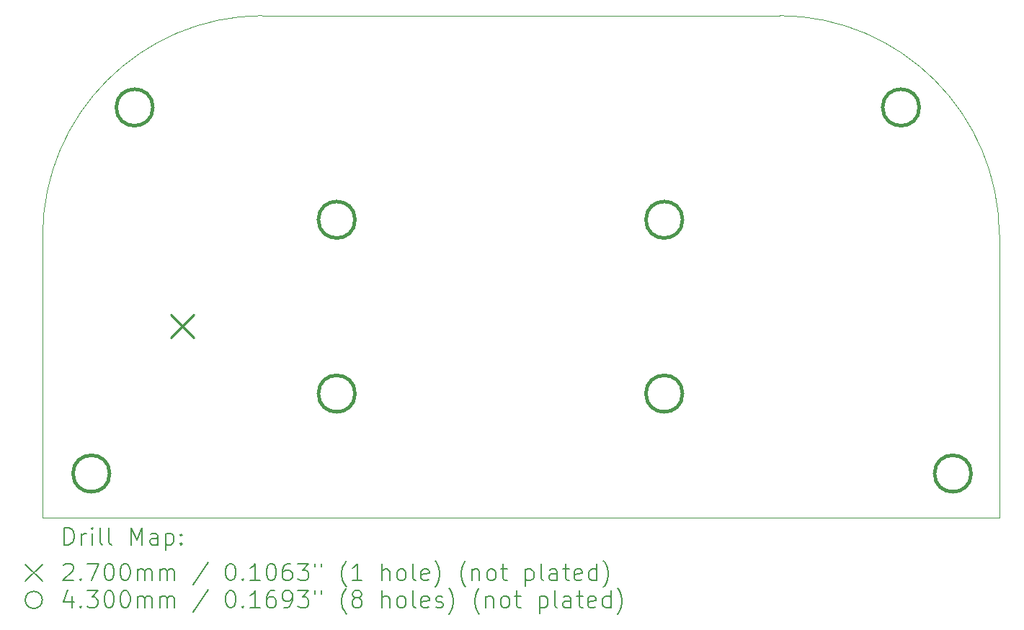
<source format=gbr>
%TF.GenerationSoftware,KiCad,Pcbnew,8.0.3*%
%TF.CreationDate,2024-07-30T16:10:22+10:00*%
%TF.ProjectId,colecovision_controller,636f6c65-636f-4766-9973-696f6e5f636f,rev?*%
%TF.SameCoordinates,Original*%
%TF.FileFunction,Drillmap*%
%TF.FilePolarity,Positive*%
%FSLAX45Y45*%
G04 Gerber Fmt 4.5, Leading zero omitted, Abs format (unit mm)*
G04 Created by KiCad (PCBNEW 8.0.3) date 2024-07-30 16:10:22*
%MOMM*%
%LPD*%
G01*
G04 APERTURE LIST*
%ADD10C,0.101600*%
%ADD11C,0.200000*%
%ADD12C,0.270000*%
%ADD13C,0.430000*%
G04 APERTURE END LIST*
D10*
X19939000Y-13093700D02*
X8699500Y-13093700D01*
X19939363Y-9766302D02*
X19939000Y-13093700D01*
X17360900Y-7188200D02*
G75*
G02*
X19939363Y-9766302I-12337J-2590802D01*
G01*
X8699500Y-13093700D02*
X8699498Y-9766663D01*
X8699498Y-9766663D02*
G75*
G02*
X11277600Y-7188200I2590802J-12337D01*
G01*
X11277600Y-7188200D02*
X17360900Y-7188200D01*
D11*
D12*
X10202800Y-10707200D02*
X10472800Y-10977200D01*
X10472800Y-10707200D02*
X10202800Y-10977200D01*
D13*
X9486000Y-12573000D02*
G75*
G02*
X9056000Y-12573000I-215000J0D01*
G01*
X9056000Y-12573000D02*
G75*
G02*
X9486000Y-12573000I215000J0D01*
G01*
X9994000Y-8267700D02*
G75*
G02*
X9564000Y-8267700I-215000J0D01*
G01*
X9564000Y-8267700D02*
G75*
G02*
X9994000Y-8267700I215000J0D01*
G01*
X12368900Y-9588500D02*
G75*
G02*
X11938900Y-9588500I-215000J0D01*
G01*
X11938900Y-9588500D02*
G75*
G02*
X12368900Y-9588500I215000J0D01*
G01*
X12368900Y-11633200D02*
G75*
G02*
X11938900Y-11633200I-215000J0D01*
G01*
X11938900Y-11633200D02*
G75*
G02*
X12368900Y-11633200I215000J0D01*
G01*
X16217000Y-9588500D02*
G75*
G02*
X15787000Y-9588500I-215000J0D01*
G01*
X15787000Y-9588500D02*
G75*
G02*
X16217000Y-9588500I215000J0D01*
G01*
X16217000Y-11633200D02*
G75*
G02*
X15787000Y-11633200I-215000J0D01*
G01*
X15787000Y-11633200D02*
G75*
G02*
X16217000Y-11633200I215000J0D01*
G01*
X18998300Y-8267700D02*
G75*
G02*
X18568300Y-8267700I-215000J0D01*
G01*
X18568300Y-8267700D02*
G75*
G02*
X18998300Y-8267700I215000J0D01*
G01*
X19607900Y-12573000D02*
G75*
G02*
X19177900Y-12573000I-215000J0D01*
G01*
X19177900Y-12573000D02*
G75*
G02*
X19607900Y-12573000I215000J0D01*
G01*
D11*
X8955195Y-13410264D02*
X8955195Y-13210264D01*
X8955195Y-13210264D02*
X9002814Y-13210264D01*
X9002814Y-13210264D02*
X9031386Y-13219788D01*
X9031386Y-13219788D02*
X9050433Y-13238835D01*
X9050433Y-13238835D02*
X9059957Y-13257883D01*
X9059957Y-13257883D02*
X9069481Y-13295978D01*
X9069481Y-13295978D02*
X9069481Y-13324549D01*
X9069481Y-13324549D02*
X9059957Y-13362645D01*
X9059957Y-13362645D02*
X9050433Y-13381692D01*
X9050433Y-13381692D02*
X9031386Y-13400740D01*
X9031386Y-13400740D02*
X9002814Y-13410264D01*
X9002814Y-13410264D02*
X8955195Y-13410264D01*
X9155195Y-13410264D02*
X9155195Y-13276930D01*
X9155195Y-13315026D02*
X9164719Y-13295978D01*
X9164719Y-13295978D02*
X9174243Y-13286454D01*
X9174243Y-13286454D02*
X9193290Y-13276930D01*
X9193290Y-13276930D02*
X9212338Y-13276930D01*
X9279005Y-13410264D02*
X9279005Y-13276930D01*
X9279005Y-13210264D02*
X9269481Y-13219788D01*
X9269481Y-13219788D02*
X9279005Y-13229311D01*
X9279005Y-13229311D02*
X9288528Y-13219788D01*
X9288528Y-13219788D02*
X9279005Y-13210264D01*
X9279005Y-13210264D02*
X9279005Y-13229311D01*
X9402814Y-13410264D02*
X9383766Y-13400740D01*
X9383766Y-13400740D02*
X9374243Y-13381692D01*
X9374243Y-13381692D02*
X9374243Y-13210264D01*
X9507576Y-13410264D02*
X9488528Y-13400740D01*
X9488528Y-13400740D02*
X9479005Y-13381692D01*
X9479005Y-13381692D02*
X9479005Y-13210264D01*
X9736147Y-13410264D02*
X9736147Y-13210264D01*
X9736147Y-13210264D02*
X9802814Y-13353121D01*
X9802814Y-13353121D02*
X9869481Y-13210264D01*
X9869481Y-13210264D02*
X9869481Y-13410264D01*
X10050433Y-13410264D02*
X10050433Y-13305502D01*
X10050433Y-13305502D02*
X10040909Y-13286454D01*
X10040909Y-13286454D02*
X10021862Y-13276930D01*
X10021862Y-13276930D02*
X9983766Y-13276930D01*
X9983766Y-13276930D02*
X9964719Y-13286454D01*
X10050433Y-13400740D02*
X10031386Y-13410264D01*
X10031386Y-13410264D02*
X9983766Y-13410264D01*
X9983766Y-13410264D02*
X9964719Y-13400740D01*
X9964719Y-13400740D02*
X9955195Y-13381692D01*
X9955195Y-13381692D02*
X9955195Y-13362645D01*
X9955195Y-13362645D02*
X9964719Y-13343597D01*
X9964719Y-13343597D02*
X9983766Y-13334073D01*
X9983766Y-13334073D02*
X10031386Y-13334073D01*
X10031386Y-13334073D02*
X10050433Y-13324549D01*
X10145671Y-13276930D02*
X10145671Y-13476930D01*
X10145671Y-13286454D02*
X10164719Y-13276930D01*
X10164719Y-13276930D02*
X10202814Y-13276930D01*
X10202814Y-13276930D02*
X10221862Y-13286454D01*
X10221862Y-13286454D02*
X10231386Y-13295978D01*
X10231386Y-13295978D02*
X10240909Y-13315026D01*
X10240909Y-13315026D02*
X10240909Y-13372168D01*
X10240909Y-13372168D02*
X10231386Y-13391216D01*
X10231386Y-13391216D02*
X10221862Y-13400740D01*
X10221862Y-13400740D02*
X10202814Y-13410264D01*
X10202814Y-13410264D02*
X10164719Y-13410264D01*
X10164719Y-13410264D02*
X10145671Y-13400740D01*
X10326624Y-13391216D02*
X10336147Y-13400740D01*
X10336147Y-13400740D02*
X10326624Y-13410264D01*
X10326624Y-13410264D02*
X10317100Y-13400740D01*
X10317100Y-13400740D02*
X10326624Y-13391216D01*
X10326624Y-13391216D02*
X10326624Y-13410264D01*
X10326624Y-13286454D02*
X10336147Y-13295978D01*
X10336147Y-13295978D02*
X10326624Y-13305502D01*
X10326624Y-13305502D02*
X10317100Y-13295978D01*
X10317100Y-13295978D02*
X10326624Y-13286454D01*
X10326624Y-13286454D02*
X10326624Y-13305502D01*
X8494418Y-13638780D02*
X8694418Y-13838780D01*
X8694418Y-13638780D02*
X8494418Y-13838780D01*
X8945671Y-13649311D02*
X8955195Y-13639788D01*
X8955195Y-13639788D02*
X8974243Y-13630264D01*
X8974243Y-13630264D02*
X9021862Y-13630264D01*
X9021862Y-13630264D02*
X9040909Y-13639788D01*
X9040909Y-13639788D02*
X9050433Y-13649311D01*
X9050433Y-13649311D02*
X9059957Y-13668359D01*
X9059957Y-13668359D02*
X9059957Y-13687407D01*
X9059957Y-13687407D02*
X9050433Y-13715978D01*
X9050433Y-13715978D02*
X8936147Y-13830264D01*
X8936147Y-13830264D02*
X9059957Y-13830264D01*
X9145671Y-13811216D02*
X9155195Y-13820740D01*
X9155195Y-13820740D02*
X9145671Y-13830264D01*
X9145671Y-13830264D02*
X9136147Y-13820740D01*
X9136147Y-13820740D02*
X9145671Y-13811216D01*
X9145671Y-13811216D02*
X9145671Y-13830264D01*
X9221862Y-13630264D02*
X9355195Y-13630264D01*
X9355195Y-13630264D02*
X9269481Y-13830264D01*
X9469481Y-13630264D02*
X9488528Y-13630264D01*
X9488528Y-13630264D02*
X9507576Y-13639788D01*
X9507576Y-13639788D02*
X9517100Y-13649311D01*
X9517100Y-13649311D02*
X9526624Y-13668359D01*
X9526624Y-13668359D02*
X9536147Y-13706454D01*
X9536147Y-13706454D02*
X9536147Y-13754073D01*
X9536147Y-13754073D02*
X9526624Y-13792168D01*
X9526624Y-13792168D02*
X9517100Y-13811216D01*
X9517100Y-13811216D02*
X9507576Y-13820740D01*
X9507576Y-13820740D02*
X9488528Y-13830264D01*
X9488528Y-13830264D02*
X9469481Y-13830264D01*
X9469481Y-13830264D02*
X9450433Y-13820740D01*
X9450433Y-13820740D02*
X9440909Y-13811216D01*
X9440909Y-13811216D02*
X9431386Y-13792168D01*
X9431386Y-13792168D02*
X9421862Y-13754073D01*
X9421862Y-13754073D02*
X9421862Y-13706454D01*
X9421862Y-13706454D02*
X9431386Y-13668359D01*
X9431386Y-13668359D02*
X9440909Y-13649311D01*
X9440909Y-13649311D02*
X9450433Y-13639788D01*
X9450433Y-13639788D02*
X9469481Y-13630264D01*
X9659957Y-13630264D02*
X9679005Y-13630264D01*
X9679005Y-13630264D02*
X9698052Y-13639788D01*
X9698052Y-13639788D02*
X9707576Y-13649311D01*
X9707576Y-13649311D02*
X9717100Y-13668359D01*
X9717100Y-13668359D02*
X9726624Y-13706454D01*
X9726624Y-13706454D02*
X9726624Y-13754073D01*
X9726624Y-13754073D02*
X9717100Y-13792168D01*
X9717100Y-13792168D02*
X9707576Y-13811216D01*
X9707576Y-13811216D02*
X9698052Y-13820740D01*
X9698052Y-13820740D02*
X9679005Y-13830264D01*
X9679005Y-13830264D02*
X9659957Y-13830264D01*
X9659957Y-13830264D02*
X9640909Y-13820740D01*
X9640909Y-13820740D02*
X9631386Y-13811216D01*
X9631386Y-13811216D02*
X9621862Y-13792168D01*
X9621862Y-13792168D02*
X9612338Y-13754073D01*
X9612338Y-13754073D02*
X9612338Y-13706454D01*
X9612338Y-13706454D02*
X9621862Y-13668359D01*
X9621862Y-13668359D02*
X9631386Y-13649311D01*
X9631386Y-13649311D02*
X9640909Y-13639788D01*
X9640909Y-13639788D02*
X9659957Y-13630264D01*
X9812338Y-13830264D02*
X9812338Y-13696930D01*
X9812338Y-13715978D02*
X9821862Y-13706454D01*
X9821862Y-13706454D02*
X9840909Y-13696930D01*
X9840909Y-13696930D02*
X9869481Y-13696930D01*
X9869481Y-13696930D02*
X9888528Y-13706454D01*
X9888528Y-13706454D02*
X9898052Y-13725502D01*
X9898052Y-13725502D02*
X9898052Y-13830264D01*
X9898052Y-13725502D02*
X9907576Y-13706454D01*
X9907576Y-13706454D02*
X9926624Y-13696930D01*
X9926624Y-13696930D02*
X9955195Y-13696930D01*
X9955195Y-13696930D02*
X9974243Y-13706454D01*
X9974243Y-13706454D02*
X9983767Y-13725502D01*
X9983767Y-13725502D02*
X9983767Y-13830264D01*
X10079005Y-13830264D02*
X10079005Y-13696930D01*
X10079005Y-13715978D02*
X10088528Y-13706454D01*
X10088528Y-13706454D02*
X10107576Y-13696930D01*
X10107576Y-13696930D02*
X10136148Y-13696930D01*
X10136148Y-13696930D02*
X10155195Y-13706454D01*
X10155195Y-13706454D02*
X10164719Y-13725502D01*
X10164719Y-13725502D02*
X10164719Y-13830264D01*
X10164719Y-13725502D02*
X10174243Y-13706454D01*
X10174243Y-13706454D02*
X10193290Y-13696930D01*
X10193290Y-13696930D02*
X10221862Y-13696930D01*
X10221862Y-13696930D02*
X10240909Y-13706454D01*
X10240909Y-13706454D02*
X10250433Y-13725502D01*
X10250433Y-13725502D02*
X10250433Y-13830264D01*
X10640909Y-13620740D02*
X10469481Y-13877883D01*
X10898052Y-13630264D02*
X10917100Y-13630264D01*
X10917100Y-13630264D02*
X10936148Y-13639788D01*
X10936148Y-13639788D02*
X10945671Y-13649311D01*
X10945671Y-13649311D02*
X10955195Y-13668359D01*
X10955195Y-13668359D02*
X10964719Y-13706454D01*
X10964719Y-13706454D02*
X10964719Y-13754073D01*
X10964719Y-13754073D02*
X10955195Y-13792168D01*
X10955195Y-13792168D02*
X10945671Y-13811216D01*
X10945671Y-13811216D02*
X10936148Y-13820740D01*
X10936148Y-13820740D02*
X10917100Y-13830264D01*
X10917100Y-13830264D02*
X10898052Y-13830264D01*
X10898052Y-13830264D02*
X10879005Y-13820740D01*
X10879005Y-13820740D02*
X10869481Y-13811216D01*
X10869481Y-13811216D02*
X10859957Y-13792168D01*
X10859957Y-13792168D02*
X10850433Y-13754073D01*
X10850433Y-13754073D02*
X10850433Y-13706454D01*
X10850433Y-13706454D02*
X10859957Y-13668359D01*
X10859957Y-13668359D02*
X10869481Y-13649311D01*
X10869481Y-13649311D02*
X10879005Y-13639788D01*
X10879005Y-13639788D02*
X10898052Y-13630264D01*
X11050433Y-13811216D02*
X11059957Y-13820740D01*
X11059957Y-13820740D02*
X11050433Y-13830264D01*
X11050433Y-13830264D02*
X11040910Y-13820740D01*
X11040910Y-13820740D02*
X11050433Y-13811216D01*
X11050433Y-13811216D02*
X11050433Y-13830264D01*
X11250433Y-13830264D02*
X11136148Y-13830264D01*
X11193290Y-13830264D02*
X11193290Y-13630264D01*
X11193290Y-13630264D02*
X11174243Y-13658835D01*
X11174243Y-13658835D02*
X11155195Y-13677883D01*
X11155195Y-13677883D02*
X11136148Y-13687407D01*
X11374243Y-13630264D02*
X11393290Y-13630264D01*
X11393290Y-13630264D02*
X11412338Y-13639788D01*
X11412338Y-13639788D02*
X11421862Y-13649311D01*
X11421862Y-13649311D02*
X11431386Y-13668359D01*
X11431386Y-13668359D02*
X11440909Y-13706454D01*
X11440909Y-13706454D02*
X11440909Y-13754073D01*
X11440909Y-13754073D02*
X11431386Y-13792168D01*
X11431386Y-13792168D02*
X11421862Y-13811216D01*
X11421862Y-13811216D02*
X11412338Y-13820740D01*
X11412338Y-13820740D02*
X11393290Y-13830264D01*
X11393290Y-13830264D02*
X11374243Y-13830264D01*
X11374243Y-13830264D02*
X11355195Y-13820740D01*
X11355195Y-13820740D02*
X11345671Y-13811216D01*
X11345671Y-13811216D02*
X11336148Y-13792168D01*
X11336148Y-13792168D02*
X11326624Y-13754073D01*
X11326624Y-13754073D02*
X11326624Y-13706454D01*
X11326624Y-13706454D02*
X11336148Y-13668359D01*
X11336148Y-13668359D02*
X11345671Y-13649311D01*
X11345671Y-13649311D02*
X11355195Y-13639788D01*
X11355195Y-13639788D02*
X11374243Y-13630264D01*
X11612338Y-13630264D02*
X11574243Y-13630264D01*
X11574243Y-13630264D02*
X11555195Y-13639788D01*
X11555195Y-13639788D02*
X11545671Y-13649311D01*
X11545671Y-13649311D02*
X11526624Y-13677883D01*
X11526624Y-13677883D02*
X11517100Y-13715978D01*
X11517100Y-13715978D02*
X11517100Y-13792168D01*
X11517100Y-13792168D02*
X11526624Y-13811216D01*
X11526624Y-13811216D02*
X11536148Y-13820740D01*
X11536148Y-13820740D02*
X11555195Y-13830264D01*
X11555195Y-13830264D02*
X11593290Y-13830264D01*
X11593290Y-13830264D02*
X11612338Y-13820740D01*
X11612338Y-13820740D02*
X11621862Y-13811216D01*
X11621862Y-13811216D02*
X11631386Y-13792168D01*
X11631386Y-13792168D02*
X11631386Y-13744549D01*
X11631386Y-13744549D02*
X11621862Y-13725502D01*
X11621862Y-13725502D02*
X11612338Y-13715978D01*
X11612338Y-13715978D02*
X11593290Y-13706454D01*
X11593290Y-13706454D02*
X11555195Y-13706454D01*
X11555195Y-13706454D02*
X11536148Y-13715978D01*
X11536148Y-13715978D02*
X11526624Y-13725502D01*
X11526624Y-13725502D02*
X11517100Y-13744549D01*
X11698052Y-13630264D02*
X11821862Y-13630264D01*
X11821862Y-13630264D02*
X11755195Y-13706454D01*
X11755195Y-13706454D02*
X11783767Y-13706454D01*
X11783767Y-13706454D02*
X11802814Y-13715978D01*
X11802814Y-13715978D02*
X11812338Y-13725502D01*
X11812338Y-13725502D02*
X11821862Y-13744549D01*
X11821862Y-13744549D02*
X11821862Y-13792168D01*
X11821862Y-13792168D02*
X11812338Y-13811216D01*
X11812338Y-13811216D02*
X11802814Y-13820740D01*
X11802814Y-13820740D02*
X11783767Y-13830264D01*
X11783767Y-13830264D02*
X11726624Y-13830264D01*
X11726624Y-13830264D02*
X11707576Y-13820740D01*
X11707576Y-13820740D02*
X11698052Y-13811216D01*
X11898052Y-13630264D02*
X11898052Y-13668359D01*
X11974243Y-13630264D02*
X11974243Y-13668359D01*
X12269481Y-13906454D02*
X12259957Y-13896930D01*
X12259957Y-13896930D02*
X12240910Y-13868359D01*
X12240910Y-13868359D02*
X12231386Y-13849311D01*
X12231386Y-13849311D02*
X12221862Y-13820740D01*
X12221862Y-13820740D02*
X12212338Y-13773121D01*
X12212338Y-13773121D02*
X12212338Y-13735026D01*
X12212338Y-13735026D02*
X12221862Y-13687407D01*
X12221862Y-13687407D02*
X12231386Y-13658835D01*
X12231386Y-13658835D02*
X12240910Y-13639788D01*
X12240910Y-13639788D02*
X12259957Y-13611216D01*
X12259957Y-13611216D02*
X12269481Y-13601692D01*
X12450433Y-13830264D02*
X12336148Y-13830264D01*
X12393290Y-13830264D02*
X12393290Y-13630264D01*
X12393290Y-13630264D02*
X12374243Y-13658835D01*
X12374243Y-13658835D02*
X12355195Y-13677883D01*
X12355195Y-13677883D02*
X12336148Y-13687407D01*
X12688529Y-13830264D02*
X12688529Y-13630264D01*
X12774243Y-13830264D02*
X12774243Y-13725502D01*
X12774243Y-13725502D02*
X12764719Y-13706454D01*
X12764719Y-13706454D02*
X12745672Y-13696930D01*
X12745672Y-13696930D02*
X12717100Y-13696930D01*
X12717100Y-13696930D02*
X12698052Y-13706454D01*
X12698052Y-13706454D02*
X12688529Y-13715978D01*
X12898052Y-13830264D02*
X12879005Y-13820740D01*
X12879005Y-13820740D02*
X12869481Y-13811216D01*
X12869481Y-13811216D02*
X12859957Y-13792168D01*
X12859957Y-13792168D02*
X12859957Y-13735026D01*
X12859957Y-13735026D02*
X12869481Y-13715978D01*
X12869481Y-13715978D02*
X12879005Y-13706454D01*
X12879005Y-13706454D02*
X12898052Y-13696930D01*
X12898052Y-13696930D02*
X12926624Y-13696930D01*
X12926624Y-13696930D02*
X12945672Y-13706454D01*
X12945672Y-13706454D02*
X12955195Y-13715978D01*
X12955195Y-13715978D02*
X12964719Y-13735026D01*
X12964719Y-13735026D02*
X12964719Y-13792168D01*
X12964719Y-13792168D02*
X12955195Y-13811216D01*
X12955195Y-13811216D02*
X12945672Y-13820740D01*
X12945672Y-13820740D02*
X12926624Y-13830264D01*
X12926624Y-13830264D02*
X12898052Y-13830264D01*
X13079005Y-13830264D02*
X13059957Y-13820740D01*
X13059957Y-13820740D02*
X13050433Y-13801692D01*
X13050433Y-13801692D02*
X13050433Y-13630264D01*
X13231386Y-13820740D02*
X13212338Y-13830264D01*
X13212338Y-13830264D02*
X13174243Y-13830264D01*
X13174243Y-13830264D02*
X13155195Y-13820740D01*
X13155195Y-13820740D02*
X13145672Y-13801692D01*
X13145672Y-13801692D02*
X13145672Y-13725502D01*
X13145672Y-13725502D02*
X13155195Y-13706454D01*
X13155195Y-13706454D02*
X13174243Y-13696930D01*
X13174243Y-13696930D02*
X13212338Y-13696930D01*
X13212338Y-13696930D02*
X13231386Y-13706454D01*
X13231386Y-13706454D02*
X13240910Y-13725502D01*
X13240910Y-13725502D02*
X13240910Y-13744549D01*
X13240910Y-13744549D02*
X13145672Y-13763597D01*
X13307576Y-13906454D02*
X13317100Y-13896930D01*
X13317100Y-13896930D02*
X13336148Y-13868359D01*
X13336148Y-13868359D02*
X13345672Y-13849311D01*
X13345672Y-13849311D02*
X13355195Y-13820740D01*
X13355195Y-13820740D02*
X13364719Y-13773121D01*
X13364719Y-13773121D02*
X13364719Y-13735026D01*
X13364719Y-13735026D02*
X13355195Y-13687407D01*
X13355195Y-13687407D02*
X13345672Y-13658835D01*
X13345672Y-13658835D02*
X13336148Y-13639788D01*
X13336148Y-13639788D02*
X13317100Y-13611216D01*
X13317100Y-13611216D02*
X13307576Y-13601692D01*
X13669481Y-13906454D02*
X13659957Y-13896930D01*
X13659957Y-13896930D02*
X13640910Y-13868359D01*
X13640910Y-13868359D02*
X13631386Y-13849311D01*
X13631386Y-13849311D02*
X13621862Y-13820740D01*
X13621862Y-13820740D02*
X13612338Y-13773121D01*
X13612338Y-13773121D02*
X13612338Y-13735026D01*
X13612338Y-13735026D02*
X13621862Y-13687407D01*
X13621862Y-13687407D02*
X13631386Y-13658835D01*
X13631386Y-13658835D02*
X13640910Y-13639788D01*
X13640910Y-13639788D02*
X13659957Y-13611216D01*
X13659957Y-13611216D02*
X13669481Y-13601692D01*
X13745672Y-13696930D02*
X13745672Y-13830264D01*
X13745672Y-13715978D02*
X13755195Y-13706454D01*
X13755195Y-13706454D02*
X13774243Y-13696930D01*
X13774243Y-13696930D02*
X13802814Y-13696930D01*
X13802814Y-13696930D02*
X13821862Y-13706454D01*
X13821862Y-13706454D02*
X13831386Y-13725502D01*
X13831386Y-13725502D02*
X13831386Y-13830264D01*
X13955195Y-13830264D02*
X13936148Y-13820740D01*
X13936148Y-13820740D02*
X13926624Y-13811216D01*
X13926624Y-13811216D02*
X13917100Y-13792168D01*
X13917100Y-13792168D02*
X13917100Y-13735026D01*
X13917100Y-13735026D02*
X13926624Y-13715978D01*
X13926624Y-13715978D02*
X13936148Y-13706454D01*
X13936148Y-13706454D02*
X13955195Y-13696930D01*
X13955195Y-13696930D02*
X13983767Y-13696930D01*
X13983767Y-13696930D02*
X14002814Y-13706454D01*
X14002814Y-13706454D02*
X14012338Y-13715978D01*
X14012338Y-13715978D02*
X14021862Y-13735026D01*
X14021862Y-13735026D02*
X14021862Y-13792168D01*
X14021862Y-13792168D02*
X14012338Y-13811216D01*
X14012338Y-13811216D02*
X14002814Y-13820740D01*
X14002814Y-13820740D02*
X13983767Y-13830264D01*
X13983767Y-13830264D02*
X13955195Y-13830264D01*
X14079005Y-13696930D02*
X14155195Y-13696930D01*
X14107576Y-13630264D02*
X14107576Y-13801692D01*
X14107576Y-13801692D02*
X14117100Y-13820740D01*
X14117100Y-13820740D02*
X14136148Y-13830264D01*
X14136148Y-13830264D02*
X14155195Y-13830264D01*
X14374243Y-13696930D02*
X14374243Y-13896930D01*
X14374243Y-13706454D02*
X14393291Y-13696930D01*
X14393291Y-13696930D02*
X14431386Y-13696930D01*
X14431386Y-13696930D02*
X14450434Y-13706454D01*
X14450434Y-13706454D02*
X14459957Y-13715978D01*
X14459957Y-13715978D02*
X14469481Y-13735026D01*
X14469481Y-13735026D02*
X14469481Y-13792168D01*
X14469481Y-13792168D02*
X14459957Y-13811216D01*
X14459957Y-13811216D02*
X14450434Y-13820740D01*
X14450434Y-13820740D02*
X14431386Y-13830264D01*
X14431386Y-13830264D02*
X14393291Y-13830264D01*
X14393291Y-13830264D02*
X14374243Y-13820740D01*
X14583767Y-13830264D02*
X14564719Y-13820740D01*
X14564719Y-13820740D02*
X14555195Y-13801692D01*
X14555195Y-13801692D02*
X14555195Y-13630264D01*
X14745672Y-13830264D02*
X14745672Y-13725502D01*
X14745672Y-13725502D02*
X14736148Y-13706454D01*
X14736148Y-13706454D02*
X14717100Y-13696930D01*
X14717100Y-13696930D02*
X14679005Y-13696930D01*
X14679005Y-13696930D02*
X14659957Y-13706454D01*
X14745672Y-13820740D02*
X14726624Y-13830264D01*
X14726624Y-13830264D02*
X14679005Y-13830264D01*
X14679005Y-13830264D02*
X14659957Y-13820740D01*
X14659957Y-13820740D02*
X14650434Y-13801692D01*
X14650434Y-13801692D02*
X14650434Y-13782645D01*
X14650434Y-13782645D02*
X14659957Y-13763597D01*
X14659957Y-13763597D02*
X14679005Y-13754073D01*
X14679005Y-13754073D02*
X14726624Y-13754073D01*
X14726624Y-13754073D02*
X14745672Y-13744549D01*
X14812338Y-13696930D02*
X14888529Y-13696930D01*
X14840910Y-13630264D02*
X14840910Y-13801692D01*
X14840910Y-13801692D02*
X14850434Y-13820740D01*
X14850434Y-13820740D02*
X14869481Y-13830264D01*
X14869481Y-13830264D02*
X14888529Y-13830264D01*
X15031386Y-13820740D02*
X15012338Y-13830264D01*
X15012338Y-13830264D02*
X14974243Y-13830264D01*
X14974243Y-13830264D02*
X14955195Y-13820740D01*
X14955195Y-13820740D02*
X14945672Y-13801692D01*
X14945672Y-13801692D02*
X14945672Y-13725502D01*
X14945672Y-13725502D02*
X14955195Y-13706454D01*
X14955195Y-13706454D02*
X14974243Y-13696930D01*
X14974243Y-13696930D02*
X15012338Y-13696930D01*
X15012338Y-13696930D02*
X15031386Y-13706454D01*
X15031386Y-13706454D02*
X15040910Y-13725502D01*
X15040910Y-13725502D02*
X15040910Y-13744549D01*
X15040910Y-13744549D02*
X14945672Y-13763597D01*
X15212338Y-13830264D02*
X15212338Y-13630264D01*
X15212338Y-13820740D02*
X15193291Y-13830264D01*
X15193291Y-13830264D02*
X15155195Y-13830264D01*
X15155195Y-13830264D02*
X15136148Y-13820740D01*
X15136148Y-13820740D02*
X15126624Y-13811216D01*
X15126624Y-13811216D02*
X15117100Y-13792168D01*
X15117100Y-13792168D02*
X15117100Y-13735026D01*
X15117100Y-13735026D02*
X15126624Y-13715978D01*
X15126624Y-13715978D02*
X15136148Y-13706454D01*
X15136148Y-13706454D02*
X15155195Y-13696930D01*
X15155195Y-13696930D02*
X15193291Y-13696930D01*
X15193291Y-13696930D02*
X15212338Y-13706454D01*
X15288529Y-13906454D02*
X15298053Y-13896930D01*
X15298053Y-13896930D02*
X15317100Y-13868359D01*
X15317100Y-13868359D02*
X15326624Y-13849311D01*
X15326624Y-13849311D02*
X15336148Y-13820740D01*
X15336148Y-13820740D02*
X15345672Y-13773121D01*
X15345672Y-13773121D02*
X15345672Y-13735026D01*
X15345672Y-13735026D02*
X15336148Y-13687407D01*
X15336148Y-13687407D02*
X15326624Y-13658835D01*
X15326624Y-13658835D02*
X15317100Y-13639788D01*
X15317100Y-13639788D02*
X15298053Y-13611216D01*
X15298053Y-13611216D02*
X15288529Y-13601692D01*
X8694418Y-14058780D02*
G75*
G02*
X8494418Y-14058780I-100000J0D01*
G01*
X8494418Y-14058780D02*
G75*
G02*
X8694418Y-14058780I100000J0D01*
G01*
X9040909Y-14016930D02*
X9040909Y-14150264D01*
X8993290Y-13940740D02*
X8945671Y-14083597D01*
X8945671Y-14083597D02*
X9069481Y-14083597D01*
X9145671Y-14131216D02*
X9155195Y-14140740D01*
X9155195Y-14140740D02*
X9145671Y-14150264D01*
X9145671Y-14150264D02*
X9136147Y-14140740D01*
X9136147Y-14140740D02*
X9145671Y-14131216D01*
X9145671Y-14131216D02*
X9145671Y-14150264D01*
X9221862Y-13950264D02*
X9345671Y-13950264D01*
X9345671Y-13950264D02*
X9279005Y-14026454D01*
X9279005Y-14026454D02*
X9307576Y-14026454D01*
X9307576Y-14026454D02*
X9326624Y-14035978D01*
X9326624Y-14035978D02*
X9336147Y-14045502D01*
X9336147Y-14045502D02*
X9345671Y-14064549D01*
X9345671Y-14064549D02*
X9345671Y-14112168D01*
X9345671Y-14112168D02*
X9336147Y-14131216D01*
X9336147Y-14131216D02*
X9326624Y-14140740D01*
X9326624Y-14140740D02*
X9307576Y-14150264D01*
X9307576Y-14150264D02*
X9250433Y-14150264D01*
X9250433Y-14150264D02*
X9231386Y-14140740D01*
X9231386Y-14140740D02*
X9221862Y-14131216D01*
X9469481Y-13950264D02*
X9488528Y-13950264D01*
X9488528Y-13950264D02*
X9507576Y-13959788D01*
X9507576Y-13959788D02*
X9517100Y-13969311D01*
X9517100Y-13969311D02*
X9526624Y-13988359D01*
X9526624Y-13988359D02*
X9536147Y-14026454D01*
X9536147Y-14026454D02*
X9536147Y-14074073D01*
X9536147Y-14074073D02*
X9526624Y-14112168D01*
X9526624Y-14112168D02*
X9517100Y-14131216D01*
X9517100Y-14131216D02*
X9507576Y-14140740D01*
X9507576Y-14140740D02*
X9488528Y-14150264D01*
X9488528Y-14150264D02*
X9469481Y-14150264D01*
X9469481Y-14150264D02*
X9450433Y-14140740D01*
X9450433Y-14140740D02*
X9440909Y-14131216D01*
X9440909Y-14131216D02*
X9431386Y-14112168D01*
X9431386Y-14112168D02*
X9421862Y-14074073D01*
X9421862Y-14074073D02*
X9421862Y-14026454D01*
X9421862Y-14026454D02*
X9431386Y-13988359D01*
X9431386Y-13988359D02*
X9440909Y-13969311D01*
X9440909Y-13969311D02*
X9450433Y-13959788D01*
X9450433Y-13959788D02*
X9469481Y-13950264D01*
X9659957Y-13950264D02*
X9679005Y-13950264D01*
X9679005Y-13950264D02*
X9698052Y-13959788D01*
X9698052Y-13959788D02*
X9707576Y-13969311D01*
X9707576Y-13969311D02*
X9717100Y-13988359D01*
X9717100Y-13988359D02*
X9726624Y-14026454D01*
X9726624Y-14026454D02*
X9726624Y-14074073D01*
X9726624Y-14074073D02*
X9717100Y-14112168D01*
X9717100Y-14112168D02*
X9707576Y-14131216D01*
X9707576Y-14131216D02*
X9698052Y-14140740D01*
X9698052Y-14140740D02*
X9679005Y-14150264D01*
X9679005Y-14150264D02*
X9659957Y-14150264D01*
X9659957Y-14150264D02*
X9640909Y-14140740D01*
X9640909Y-14140740D02*
X9631386Y-14131216D01*
X9631386Y-14131216D02*
X9621862Y-14112168D01*
X9621862Y-14112168D02*
X9612338Y-14074073D01*
X9612338Y-14074073D02*
X9612338Y-14026454D01*
X9612338Y-14026454D02*
X9621862Y-13988359D01*
X9621862Y-13988359D02*
X9631386Y-13969311D01*
X9631386Y-13969311D02*
X9640909Y-13959788D01*
X9640909Y-13959788D02*
X9659957Y-13950264D01*
X9812338Y-14150264D02*
X9812338Y-14016930D01*
X9812338Y-14035978D02*
X9821862Y-14026454D01*
X9821862Y-14026454D02*
X9840909Y-14016930D01*
X9840909Y-14016930D02*
X9869481Y-14016930D01*
X9869481Y-14016930D02*
X9888528Y-14026454D01*
X9888528Y-14026454D02*
X9898052Y-14045502D01*
X9898052Y-14045502D02*
X9898052Y-14150264D01*
X9898052Y-14045502D02*
X9907576Y-14026454D01*
X9907576Y-14026454D02*
X9926624Y-14016930D01*
X9926624Y-14016930D02*
X9955195Y-14016930D01*
X9955195Y-14016930D02*
X9974243Y-14026454D01*
X9974243Y-14026454D02*
X9983767Y-14045502D01*
X9983767Y-14045502D02*
X9983767Y-14150264D01*
X10079005Y-14150264D02*
X10079005Y-14016930D01*
X10079005Y-14035978D02*
X10088528Y-14026454D01*
X10088528Y-14026454D02*
X10107576Y-14016930D01*
X10107576Y-14016930D02*
X10136148Y-14016930D01*
X10136148Y-14016930D02*
X10155195Y-14026454D01*
X10155195Y-14026454D02*
X10164719Y-14045502D01*
X10164719Y-14045502D02*
X10164719Y-14150264D01*
X10164719Y-14045502D02*
X10174243Y-14026454D01*
X10174243Y-14026454D02*
X10193290Y-14016930D01*
X10193290Y-14016930D02*
X10221862Y-14016930D01*
X10221862Y-14016930D02*
X10240909Y-14026454D01*
X10240909Y-14026454D02*
X10250433Y-14045502D01*
X10250433Y-14045502D02*
X10250433Y-14150264D01*
X10640909Y-13940740D02*
X10469481Y-14197883D01*
X10898052Y-13950264D02*
X10917100Y-13950264D01*
X10917100Y-13950264D02*
X10936148Y-13959788D01*
X10936148Y-13959788D02*
X10945671Y-13969311D01*
X10945671Y-13969311D02*
X10955195Y-13988359D01*
X10955195Y-13988359D02*
X10964719Y-14026454D01*
X10964719Y-14026454D02*
X10964719Y-14074073D01*
X10964719Y-14074073D02*
X10955195Y-14112168D01*
X10955195Y-14112168D02*
X10945671Y-14131216D01*
X10945671Y-14131216D02*
X10936148Y-14140740D01*
X10936148Y-14140740D02*
X10917100Y-14150264D01*
X10917100Y-14150264D02*
X10898052Y-14150264D01*
X10898052Y-14150264D02*
X10879005Y-14140740D01*
X10879005Y-14140740D02*
X10869481Y-14131216D01*
X10869481Y-14131216D02*
X10859957Y-14112168D01*
X10859957Y-14112168D02*
X10850433Y-14074073D01*
X10850433Y-14074073D02*
X10850433Y-14026454D01*
X10850433Y-14026454D02*
X10859957Y-13988359D01*
X10859957Y-13988359D02*
X10869481Y-13969311D01*
X10869481Y-13969311D02*
X10879005Y-13959788D01*
X10879005Y-13959788D02*
X10898052Y-13950264D01*
X11050433Y-14131216D02*
X11059957Y-14140740D01*
X11059957Y-14140740D02*
X11050433Y-14150264D01*
X11050433Y-14150264D02*
X11040910Y-14140740D01*
X11040910Y-14140740D02*
X11050433Y-14131216D01*
X11050433Y-14131216D02*
X11050433Y-14150264D01*
X11250433Y-14150264D02*
X11136148Y-14150264D01*
X11193290Y-14150264D02*
X11193290Y-13950264D01*
X11193290Y-13950264D02*
X11174243Y-13978835D01*
X11174243Y-13978835D02*
X11155195Y-13997883D01*
X11155195Y-13997883D02*
X11136148Y-14007407D01*
X11421862Y-13950264D02*
X11383767Y-13950264D01*
X11383767Y-13950264D02*
X11364719Y-13959788D01*
X11364719Y-13959788D02*
X11355195Y-13969311D01*
X11355195Y-13969311D02*
X11336148Y-13997883D01*
X11336148Y-13997883D02*
X11326624Y-14035978D01*
X11326624Y-14035978D02*
X11326624Y-14112168D01*
X11326624Y-14112168D02*
X11336148Y-14131216D01*
X11336148Y-14131216D02*
X11345671Y-14140740D01*
X11345671Y-14140740D02*
X11364719Y-14150264D01*
X11364719Y-14150264D02*
X11402814Y-14150264D01*
X11402814Y-14150264D02*
X11421862Y-14140740D01*
X11421862Y-14140740D02*
X11431386Y-14131216D01*
X11431386Y-14131216D02*
X11440909Y-14112168D01*
X11440909Y-14112168D02*
X11440909Y-14064549D01*
X11440909Y-14064549D02*
X11431386Y-14045502D01*
X11431386Y-14045502D02*
X11421862Y-14035978D01*
X11421862Y-14035978D02*
X11402814Y-14026454D01*
X11402814Y-14026454D02*
X11364719Y-14026454D01*
X11364719Y-14026454D02*
X11345671Y-14035978D01*
X11345671Y-14035978D02*
X11336148Y-14045502D01*
X11336148Y-14045502D02*
X11326624Y-14064549D01*
X11536148Y-14150264D02*
X11574243Y-14150264D01*
X11574243Y-14150264D02*
X11593290Y-14140740D01*
X11593290Y-14140740D02*
X11602814Y-14131216D01*
X11602814Y-14131216D02*
X11621862Y-14102645D01*
X11621862Y-14102645D02*
X11631386Y-14064549D01*
X11631386Y-14064549D02*
X11631386Y-13988359D01*
X11631386Y-13988359D02*
X11621862Y-13969311D01*
X11621862Y-13969311D02*
X11612338Y-13959788D01*
X11612338Y-13959788D02*
X11593290Y-13950264D01*
X11593290Y-13950264D02*
X11555195Y-13950264D01*
X11555195Y-13950264D02*
X11536148Y-13959788D01*
X11536148Y-13959788D02*
X11526624Y-13969311D01*
X11526624Y-13969311D02*
X11517100Y-13988359D01*
X11517100Y-13988359D02*
X11517100Y-14035978D01*
X11517100Y-14035978D02*
X11526624Y-14055026D01*
X11526624Y-14055026D02*
X11536148Y-14064549D01*
X11536148Y-14064549D02*
X11555195Y-14074073D01*
X11555195Y-14074073D02*
X11593290Y-14074073D01*
X11593290Y-14074073D02*
X11612338Y-14064549D01*
X11612338Y-14064549D02*
X11621862Y-14055026D01*
X11621862Y-14055026D02*
X11631386Y-14035978D01*
X11698052Y-13950264D02*
X11821862Y-13950264D01*
X11821862Y-13950264D02*
X11755195Y-14026454D01*
X11755195Y-14026454D02*
X11783767Y-14026454D01*
X11783767Y-14026454D02*
X11802814Y-14035978D01*
X11802814Y-14035978D02*
X11812338Y-14045502D01*
X11812338Y-14045502D02*
X11821862Y-14064549D01*
X11821862Y-14064549D02*
X11821862Y-14112168D01*
X11821862Y-14112168D02*
X11812338Y-14131216D01*
X11812338Y-14131216D02*
X11802814Y-14140740D01*
X11802814Y-14140740D02*
X11783767Y-14150264D01*
X11783767Y-14150264D02*
X11726624Y-14150264D01*
X11726624Y-14150264D02*
X11707576Y-14140740D01*
X11707576Y-14140740D02*
X11698052Y-14131216D01*
X11898052Y-13950264D02*
X11898052Y-13988359D01*
X11974243Y-13950264D02*
X11974243Y-13988359D01*
X12269481Y-14226454D02*
X12259957Y-14216930D01*
X12259957Y-14216930D02*
X12240910Y-14188359D01*
X12240910Y-14188359D02*
X12231386Y-14169311D01*
X12231386Y-14169311D02*
X12221862Y-14140740D01*
X12221862Y-14140740D02*
X12212338Y-14093121D01*
X12212338Y-14093121D02*
X12212338Y-14055026D01*
X12212338Y-14055026D02*
X12221862Y-14007407D01*
X12221862Y-14007407D02*
X12231386Y-13978835D01*
X12231386Y-13978835D02*
X12240910Y-13959788D01*
X12240910Y-13959788D02*
X12259957Y-13931216D01*
X12259957Y-13931216D02*
X12269481Y-13921692D01*
X12374243Y-14035978D02*
X12355195Y-14026454D01*
X12355195Y-14026454D02*
X12345671Y-14016930D01*
X12345671Y-14016930D02*
X12336148Y-13997883D01*
X12336148Y-13997883D02*
X12336148Y-13988359D01*
X12336148Y-13988359D02*
X12345671Y-13969311D01*
X12345671Y-13969311D02*
X12355195Y-13959788D01*
X12355195Y-13959788D02*
X12374243Y-13950264D01*
X12374243Y-13950264D02*
X12412338Y-13950264D01*
X12412338Y-13950264D02*
X12431386Y-13959788D01*
X12431386Y-13959788D02*
X12440910Y-13969311D01*
X12440910Y-13969311D02*
X12450433Y-13988359D01*
X12450433Y-13988359D02*
X12450433Y-13997883D01*
X12450433Y-13997883D02*
X12440910Y-14016930D01*
X12440910Y-14016930D02*
X12431386Y-14026454D01*
X12431386Y-14026454D02*
X12412338Y-14035978D01*
X12412338Y-14035978D02*
X12374243Y-14035978D01*
X12374243Y-14035978D02*
X12355195Y-14045502D01*
X12355195Y-14045502D02*
X12345671Y-14055026D01*
X12345671Y-14055026D02*
X12336148Y-14074073D01*
X12336148Y-14074073D02*
X12336148Y-14112168D01*
X12336148Y-14112168D02*
X12345671Y-14131216D01*
X12345671Y-14131216D02*
X12355195Y-14140740D01*
X12355195Y-14140740D02*
X12374243Y-14150264D01*
X12374243Y-14150264D02*
X12412338Y-14150264D01*
X12412338Y-14150264D02*
X12431386Y-14140740D01*
X12431386Y-14140740D02*
X12440910Y-14131216D01*
X12440910Y-14131216D02*
X12450433Y-14112168D01*
X12450433Y-14112168D02*
X12450433Y-14074073D01*
X12450433Y-14074073D02*
X12440910Y-14055026D01*
X12440910Y-14055026D02*
X12431386Y-14045502D01*
X12431386Y-14045502D02*
X12412338Y-14035978D01*
X12688529Y-14150264D02*
X12688529Y-13950264D01*
X12774243Y-14150264D02*
X12774243Y-14045502D01*
X12774243Y-14045502D02*
X12764719Y-14026454D01*
X12764719Y-14026454D02*
X12745672Y-14016930D01*
X12745672Y-14016930D02*
X12717100Y-14016930D01*
X12717100Y-14016930D02*
X12698052Y-14026454D01*
X12698052Y-14026454D02*
X12688529Y-14035978D01*
X12898052Y-14150264D02*
X12879005Y-14140740D01*
X12879005Y-14140740D02*
X12869481Y-14131216D01*
X12869481Y-14131216D02*
X12859957Y-14112168D01*
X12859957Y-14112168D02*
X12859957Y-14055026D01*
X12859957Y-14055026D02*
X12869481Y-14035978D01*
X12869481Y-14035978D02*
X12879005Y-14026454D01*
X12879005Y-14026454D02*
X12898052Y-14016930D01*
X12898052Y-14016930D02*
X12926624Y-14016930D01*
X12926624Y-14016930D02*
X12945672Y-14026454D01*
X12945672Y-14026454D02*
X12955195Y-14035978D01*
X12955195Y-14035978D02*
X12964719Y-14055026D01*
X12964719Y-14055026D02*
X12964719Y-14112168D01*
X12964719Y-14112168D02*
X12955195Y-14131216D01*
X12955195Y-14131216D02*
X12945672Y-14140740D01*
X12945672Y-14140740D02*
X12926624Y-14150264D01*
X12926624Y-14150264D02*
X12898052Y-14150264D01*
X13079005Y-14150264D02*
X13059957Y-14140740D01*
X13059957Y-14140740D02*
X13050433Y-14121692D01*
X13050433Y-14121692D02*
X13050433Y-13950264D01*
X13231386Y-14140740D02*
X13212338Y-14150264D01*
X13212338Y-14150264D02*
X13174243Y-14150264D01*
X13174243Y-14150264D02*
X13155195Y-14140740D01*
X13155195Y-14140740D02*
X13145672Y-14121692D01*
X13145672Y-14121692D02*
X13145672Y-14045502D01*
X13145672Y-14045502D02*
X13155195Y-14026454D01*
X13155195Y-14026454D02*
X13174243Y-14016930D01*
X13174243Y-14016930D02*
X13212338Y-14016930D01*
X13212338Y-14016930D02*
X13231386Y-14026454D01*
X13231386Y-14026454D02*
X13240910Y-14045502D01*
X13240910Y-14045502D02*
X13240910Y-14064549D01*
X13240910Y-14064549D02*
X13145672Y-14083597D01*
X13317100Y-14140740D02*
X13336148Y-14150264D01*
X13336148Y-14150264D02*
X13374243Y-14150264D01*
X13374243Y-14150264D02*
X13393291Y-14140740D01*
X13393291Y-14140740D02*
X13402814Y-14121692D01*
X13402814Y-14121692D02*
X13402814Y-14112168D01*
X13402814Y-14112168D02*
X13393291Y-14093121D01*
X13393291Y-14093121D02*
X13374243Y-14083597D01*
X13374243Y-14083597D02*
X13345672Y-14083597D01*
X13345672Y-14083597D02*
X13326624Y-14074073D01*
X13326624Y-14074073D02*
X13317100Y-14055026D01*
X13317100Y-14055026D02*
X13317100Y-14045502D01*
X13317100Y-14045502D02*
X13326624Y-14026454D01*
X13326624Y-14026454D02*
X13345672Y-14016930D01*
X13345672Y-14016930D02*
X13374243Y-14016930D01*
X13374243Y-14016930D02*
X13393291Y-14026454D01*
X13469481Y-14226454D02*
X13479005Y-14216930D01*
X13479005Y-14216930D02*
X13498053Y-14188359D01*
X13498053Y-14188359D02*
X13507576Y-14169311D01*
X13507576Y-14169311D02*
X13517100Y-14140740D01*
X13517100Y-14140740D02*
X13526624Y-14093121D01*
X13526624Y-14093121D02*
X13526624Y-14055026D01*
X13526624Y-14055026D02*
X13517100Y-14007407D01*
X13517100Y-14007407D02*
X13507576Y-13978835D01*
X13507576Y-13978835D02*
X13498053Y-13959788D01*
X13498053Y-13959788D02*
X13479005Y-13931216D01*
X13479005Y-13931216D02*
X13469481Y-13921692D01*
X13831386Y-14226454D02*
X13821862Y-14216930D01*
X13821862Y-14216930D02*
X13802814Y-14188359D01*
X13802814Y-14188359D02*
X13793291Y-14169311D01*
X13793291Y-14169311D02*
X13783767Y-14140740D01*
X13783767Y-14140740D02*
X13774243Y-14093121D01*
X13774243Y-14093121D02*
X13774243Y-14055026D01*
X13774243Y-14055026D02*
X13783767Y-14007407D01*
X13783767Y-14007407D02*
X13793291Y-13978835D01*
X13793291Y-13978835D02*
X13802814Y-13959788D01*
X13802814Y-13959788D02*
X13821862Y-13931216D01*
X13821862Y-13931216D02*
X13831386Y-13921692D01*
X13907576Y-14016930D02*
X13907576Y-14150264D01*
X13907576Y-14035978D02*
X13917100Y-14026454D01*
X13917100Y-14026454D02*
X13936148Y-14016930D01*
X13936148Y-14016930D02*
X13964719Y-14016930D01*
X13964719Y-14016930D02*
X13983767Y-14026454D01*
X13983767Y-14026454D02*
X13993291Y-14045502D01*
X13993291Y-14045502D02*
X13993291Y-14150264D01*
X14117100Y-14150264D02*
X14098053Y-14140740D01*
X14098053Y-14140740D02*
X14088529Y-14131216D01*
X14088529Y-14131216D02*
X14079005Y-14112168D01*
X14079005Y-14112168D02*
X14079005Y-14055026D01*
X14079005Y-14055026D02*
X14088529Y-14035978D01*
X14088529Y-14035978D02*
X14098053Y-14026454D01*
X14098053Y-14026454D02*
X14117100Y-14016930D01*
X14117100Y-14016930D02*
X14145672Y-14016930D01*
X14145672Y-14016930D02*
X14164719Y-14026454D01*
X14164719Y-14026454D02*
X14174243Y-14035978D01*
X14174243Y-14035978D02*
X14183767Y-14055026D01*
X14183767Y-14055026D02*
X14183767Y-14112168D01*
X14183767Y-14112168D02*
X14174243Y-14131216D01*
X14174243Y-14131216D02*
X14164719Y-14140740D01*
X14164719Y-14140740D02*
X14145672Y-14150264D01*
X14145672Y-14150264D02*
X14117100Y-14150264D01*
X14240910Y-14016930D02*
X14317100Y-14016930D01*
X14269481Y-13950264D02*
X14269481Y-14121692D01*
X14269481Y-14121692D02*
X14279005Y-14140740D01*
X14279005Y-14140740D02*
X14298053Y-14150264D01*
X14298053Y-14150264D02*
X14317100Y-14150264D01*
X14536148Y-14016930D02*
X14536148Y-14216930D01*
X14536148Y-14026454D02*
X14555195Y-14016930D01*
X14555195Y-14016930D02*
X14593291Y-14016930D01*
X14593291Y-14016930D02*
X14612338Y-14026454D01*
X14612338Y-14026454D02*
X14621862Y-14035978D01*
X14621862Y-14035978D02*
X14631386Y-14055026D01*
X14631386Y-14055026D02*
X14631386Y-14112168D01*
X14631386Y-14112168D02*
X14621862Y-14131216D01*
X14621862Y-14131216D02*
X14612338Y-14140740D01*
X14612338Y-14140740D02*
X14593291Y-14150264D01*
X14593291Y-14150264D02*
X14555195Y-14150264D01*
X14555195Y-14150264D02*
X14536148Y-14140740D01*
X14745672Y-14150264D02*
X14726624Y-14140740D01*
X14726624Y-14140740D02*
X14717100Y-14121692D01*
X14717100Y-14121692D02*
X14717100Y-13950264D01*
X14907576Y-14150264D02*
X14907576Y-14045502D01*
X14907576Y-14045502D02*
X14898053Y-14026454D01*
X14898053Y-14026454D02*
X14879005Y-14016930D01*
X14879005Y-14016930D02*
X14840910Y-14016930D01*
X14840910Y-14016930D02*
X14821862Y-14026454D01*
X14907576Y-14140740D02*
X14888529Y-14150264D01*
X14888529Y-14150264D02*
X14840910Y-14150264D01*
X14840910Y-14150264D02*
X14821862Y-14140740D01*
X14821862Y-14140740D02*
X14812338Y-14121692D01*
X14812338Y-14121692D02*
X14812338Y-14102645D01*
X14812338Y-14102645D02*
X14821862Y-14083597D01*
X14821862Y-14083597D02*
X14840910Y-14074073D01*
X14840910Y-14074073D02*
X14888529Y-14074073D01*
X14888529Y-14074073D02*
X14907576Y-14064549D01*
X14974243Y-14016930D02*
X15050434Y-14016930D01*
X15002815Y-13950264D02*
X15002815Y-14121692D01*
X15002815Y-14121692D02*
X15012338Y-14140740D01*
X15012338Y-14140740D02*
X15031386Y-14150264D01*
X15031386Y-14150264D02*
X15050434Y-14150264D01*
X15193291Y-14140740D02*
X15174243Y-14150264D01*
X15174243Y-14150264D02*
X15136148Y-14150264D01*
X15136148Y-14150264D02*
X15117100Y-14140740D01*
X15117100Y-14140740D02*
X15107576Y-14121692D01*
X15107576Y-14121692D02*
X15107576Y-14045502D01*
X15107576Y-14045502D02*
X15117100Y-14026454D01*
X15117100Y-14026454D02*
X15136148Y-14016930D01*
X15136148Y-14016930D02*
X15174243Y-14016930D01*
X15174243Y-14016930D02*
X15193291Y-14026454D01*
X15193291Y-14026454D02*
X15202815Y-14045502D01*
X15202815Y-14045502D02*
X15202815Y-14064549D01*
X15202815Y-14064549D02*
X15107576Y-14083597D01*
X15374243Y-14150264D02*
X15374243Y-13950264D01*
X15374243Y-14140740D02*
X15355196Y-14150264D01*
X15355196Y-14150264D02*
X15317100Y-14150264D01*
X15317100Y-14150264D02*
X15298053Y-14140740D01*
X15298053Y-14140740D02*
X15288529Y-14131216D01*
X15288529Y-14131216D02*
X15279005Y-14112168D01*
X15279005Y-14112168D02*
X15279005Y-14055026D01*
X15279005Y-14055026D02*
X15288529Y-14035978D01*
X15288529Y-14035978D02*
X15298053Y-14026454D01*
X15298053Y-14026454D02*
X15317100Y-14016930D01*
X15317100Y-14016930D02*
X15355196Y-14016930D01*
X15355196Y-14016930D02*
X15374243Y-14026454D01*
X15450434Y-14226454D02*
X15459957Y-14216930D01*
X15459957Y-14216930D02*
X15479005Y-14188359D01*
X15479005Y-14188359D02*
X15488529Y-14169311D01*
X15488529Y-14169311D02*
X15498053Y-14140740D01*
X15498053Y-14140740D02*
X15507576Y-14093121D01*
X15507576Y-14093121D02*
X15507576Y-14055026D01*
X15507576Y-14055026D02*
X15498053Y-14007407D01*
X15498053Y-14007407D02*
X15488529Y-13978835D01*
X15488529Y-13978835D02*
X15479005Y-13959788D01*
X15479005Y-13959788D02*
X15459957Y-13931216D01*
X15459957Y-13931216D02*
X15450434Y-13921692D01*
M02*

</source>
